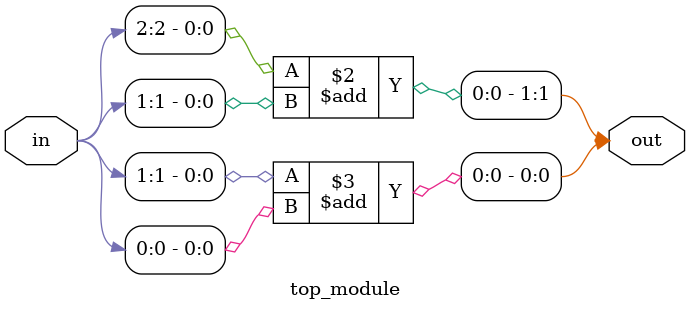
<source format=sv>
module top_module (
    input [2:0] in,
    output reg [1:0] out
);

always @(*)
begin
    out[1] = in[2] + in[1];
    out[0] = in[1] + in[0];
end

endmodule

</source>
